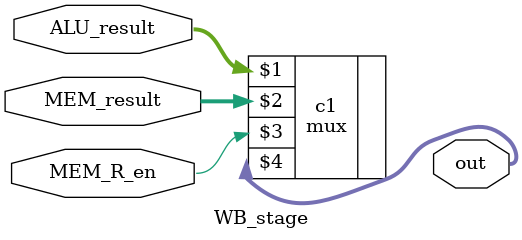
<source format=v>
`timescale 1ns/1ns
module WB_stage(input [31:0] ALU_result, MEM_result, input MEM_R_en, output [31:0] out);
  mux #(31) c1 (ALU_result, MEM_result, MEM_R_en, out);
endmodule

</source>
